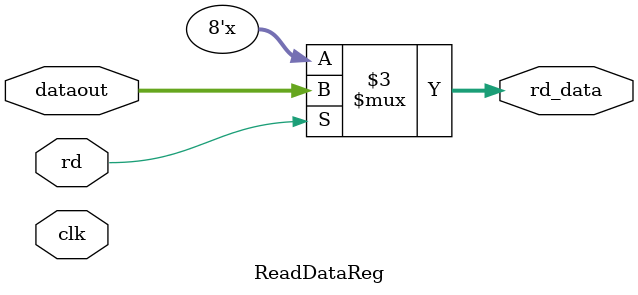
<source format=v>
module ReadDataReg(dataout, clk,rd, rd_data);  //READ DATA REGISTER
input [7:0] dataout; // Data from RAM
input clk,rd;
output reg [7:0]  rd_data; // Output of the read data register

   
always @ (*) 
	begin
      if (rd)
         rd_data=dataout;
      else
         rd_data=rd_data;
   end

endmodule
</source>
